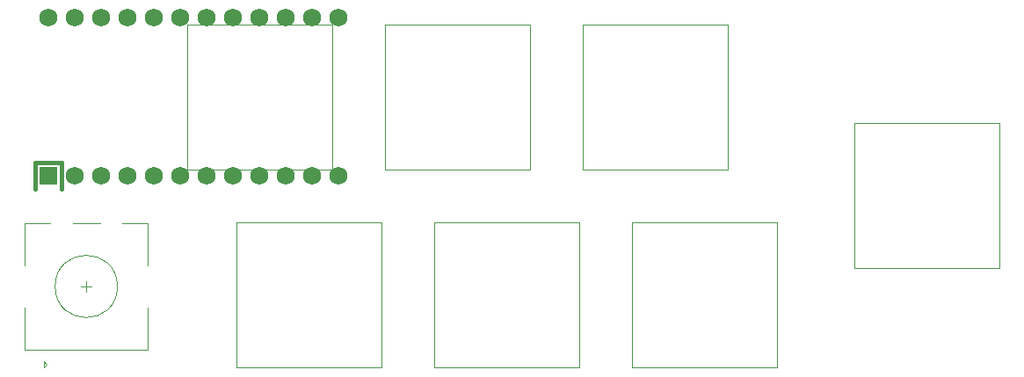
<source format=gbr>
%TF.GenerationSoftware,KiCad,Pcbnew,(5.99.0-2318-gf1aa7e523)*%
%TF.CreationDate,2020-10-19T15:18:08-05:00*%
%TF.ProjectId,micropa8,6d696372-6f70-4613-982e-6b696361645f,rev?*%
%TF.SameCoordinates,Original*%
%TF.FileFunction,Legend,Top*%
%TF.FilePolarity,Positive*%
%FSLAX46Y46*%
G04 Gerber Fmt 4.6, Leading zero omitted, Abs format (unit mm)*
G04 Created by KiCad (PCBNEW (5.99.0-2318-gf1aa7e523)) date 2020-10-19 15:18:08*
%MOMM*%
%LPD*%
G01*
G04 APERTURE LIST*
%ADD10C,0.381000*%
%ADD11C,0.120000*%
%ADD12C,1.752600*%
%ADD13R,1.752600X1.752600*%
G04 APERTURE END LIST*
D10*
%TO.C,U1*%
X27622500Y-39687500D02*
X27622500Y-42227500D01*
X30162500Y-39687500D02*
X30162500Y-42227500D01*
X27622500Y-39687500D02*
X30162500Y-39687500D01*
D11*
%TO.C,MX5*%
X46990000Y-59372500D02*
X46990000Y-45402500D01*
X60960000Y-59372500D02*
X46990000Y-59372500D01*
X60960000Y-45402500D02*
X60960000Y-59372500D01*
X46990000Y-45402500D02*
X60960000Y-45402500D01*
%TO.C,SW3-1*%
X32543750Y-52093750D02*
X32543750Y-51093750D01*
X32043750Y-51593750D02*
X33043750Y-51593750D01*
X36043750Y-45493750D02*
X38443750Y-45493750D01*
X31243750Y-45493750D02*
X33843750Y-45493750D01*
X26643750Y-45493750D02*
X29043750Y-45493750D01*
X28443750Y-58793750D02*
X28743750Y-59093750D01*
X28443750Y-59393750D02*
X28443750Y-58793750D01*
X28743750Y-59093750D02*
X28443750Y-59393750D01*
X26643750Y-57693750D02*
X38443750Y-57693750D01*
X26643750Y-53593750D02*
X26643750Y-57693750D01*
X38443750Y-53593750D02*
X38443750Y-57693750D01*
X38443750Y-45493750D02*
X38443750Y-49593750D01*
X26643750Y-49593750D02*
X26643750Y-45493750D01*
X35543750Y-51593750D02*
G75*
G03*
X35543750Y-51593750I-3000000J0D01*
G01*
%TO.C,MX4*%
X106521250Y-49847500D02*
X106521250Y-35877500D01*
X120491250Y-49847500D02*
X106521250Y-49847500D01*
X120491250Y-35877500D02*
X120491250Y-49847500D01*
X106521250Y-35877500D02*
X120491250Y-35877500D01*
%TO.C,MX7*%
X85090000Y-59372500D02*
X85090000Y-45402500D01*
X99060000Y-59372500D02*
X85090000Y-59372500D01*
X99060000Y-45402500D02*
X99060000Y-59372500D01*
X85090000Y-45402500D02*
X99060000Y-45402500D01*
%TO.C,MX6*%
X66040000Y-59372500D02*
X66040000Y-45402500D01*
X80010000Y-59372500D02*
X66040000Y-59372500D01*
X80010000Y-45402500D02*
X80010000Y-59372500D01*
X66040000Y-45402500D02*
X80010000Y-45402500D01*
%TO.C,MX3*%
X80327500Y-40322500D02*
X80327500Y-26352500D01*
X94297500Y-40322500D02*
X80327500Y-40322500D01*
X94297500Y-26352500D02*
X94297500Y-40322500D01*
X80327500Y-26352500D02*
X94297500Y-26352500D01*
%TO.C,MX2*%
X61277500Y-40322500D02*
X61277500Y-26352500D01*
X75247500Y-40322500D02*
X61277500Y-40322500D01*
X75247500Y-26352500D02*
X75247500Y-40322500D01*
X61277500Y-26352500D02*
X75247500Y-26352500D01*
%TO.C,MX1*%
X42227500Y-40322500D02*
X42227500Y-26352500D01*
X56197500Y-40322500D02*
X42227500Y-40322500D01*
X56197500Y-26352500D02*
X56197500Y-40322500D01*
X42227500Y-26352500D02*
X56197500Y-26352500D01*
%TD*%
D12*
%TO.C,U1*%
X28892500Y-25717500D03*
X56832500Y-40957500D03*
X31432500Y-25717500D03*
X33972500Y-25717500D03*
X36512500Y-25717500D03*
X39052500Y-25717500D03*
X41592500Y-25717500D03*
X44132500Y-25717500D03*
X46672500Y-25717500D03*
X49212500Y-25717500D03*
X51752500Y-25717500D03*
X54292500Y-25717500D03*
X56832500Y-25717500D03*
X54292500Y-40957500D03*
X51752500Y-40957500D03*
X49212500Y-40957500D03*
X46672500Y-40957500D03*
X44132500Y-40957500D03*
X41592500Y-40957500D03*
X39052500Y-40957500D03*
X36512500Y-40957500D03*
X33972500Y-40957500D03*
X31432500Y-40957500D03*
D13*
X28892500Y-40957500D03*
%TD*%
M02*

</source>
